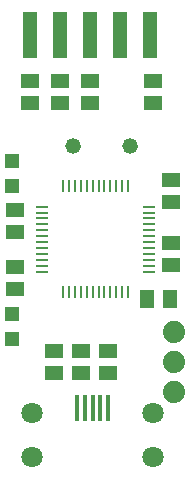
<source format=gts>
G75*
%MOIN*%
%OFA0B0*%
%FSLAX25Y25*%
%IPPOS*%
%LPD*%
%AMOC8*
5,1,8,0,0,1.08239X$1,22.5*
%
%ADD10R,0.05118X0.05906*%
%ADD11R,0.00787X0.03937*%
%ADD12R,0.03937X0.00787*%
%ADD13R,0.03937X0.00984*%
%ADD14R,0.00984X0.03937*%
%ADD15C,0.05200*%
%ADD16R,0.06299X0.05118*%
%ADD17R,0.04724X0.04724*%
%ADD18R,0.05000X0.15748*%
%ADD19C,0.07400*%
%ADD20C,0.07087*%
%ADD21R,0.01575X0.09055*%
D10*
X0068366Y0063000D03*
X0075847Y0063000D03*
D11*
X0061933Y0065283D03*
X0059965Y0065283D03*
X0057996Y0065283D03*
X0056028Y0065283D03*
X0054059Y0065283D03*
X0052091Y0065283D03*
X0050122Y0065283D03*
X0048154Y0065283D03*
X0046185Y0065283D03*
X0044217Y0065283D03*
X0042248Y0065283D03*
X0040280Y0065283D03*
X0040280Y0100717D03*
X0042248Y0100717D03*
X0044217Y0100717D03*
X0046185Y0100717D03*
X0048154Y0100717D03*
X0050122Y0100717D03*
X0052091Y0100717D03*
X0054059Y0100717D03*
X0056028Y0100717D03*
X0057996Y0100717D03*
X0059965Y0100717D03*
X0061933Y0100717D03*
D12*
X0068823Y0093827D03*
X0068823Y0091858D03*
X0068823Y0089890D03*
X0068823Y0087921D03*
X0068823Y0085953D03*
X0068823Y0083984D03*
X0068823Y0082016D03*
X0068823Y0080047D03*
X0068823Y0078079D03*
X0068823Y0076110D03*
X0068823Y0074142D03*
X0068823Y0072173D03*
X0033390Y0072173D03*
X0033390Y0074142D03*
X0033390Y0076110D03*
X0033390Y0078079D03*
X0033390Y0080047D03*
X0033390Y0082016D03*
X0033390Y0083984D03*
X0033390Y0085953D03*
X0033390Y0087921D03*
X0033390Y0089890D03*
X0033390Y0091858D03*
X0033390Y0093827D03*
D13*
X0033390Y0093827D03*
X0033390Y0091858D03*
X0033390Y0089890D03*
X0033390Y0087921D03*
X0033390Y0085953D03*
X0033390Y0083984D03*
X0033390Y0082016D03*
X0033390Y0080047D03*
X0033390Y0078079D03*
X0033390Y0076110D03*
X0033390Y0074142D03*
X0033390Y0072173D03*
X0068823Y0072173D03*
X0068823Y0074142D03*
X0068823Y0076110D03*
X0068823Y0078079D03*
X0068823Y0080047D03*
X0068823Y0082016D03*
X0068823Y0083984D03*
X0068823Y0085953D03*
X0068823Y0087921D03*
X0068823Y0089890D03*
X0068823Y0091858D03*
X0068823Y0093827D03*
D14*
X0061933Y0100717D03*
X0059965Y0100717D03*
X0057996Y0100717D03*
X0056028Y0100717D03*
X0054059Y0100717D03*
X0052091Y0100717D03*
X0050122Y0100717D03*
X0048154Y0100717D03*
X0046185Y0100717D03*
X0044217Y0100717D03*
X0042248Y0100717D03*
X0040280Y0100717D03*
X0040280Y0065283D03*
X0042248Y0065283D03*
X0044217Y0065283D03*
X0046185Y0065283D03*
X0048154Y0065283D03*
X0050122Y0065283D03*
X0052091Y0065283D03*
X0054059Y0065283D03*
X0056028Y0065283D03*
X0057996Y0065283D03*
X0059965Y0065283D03*
X0061933Y0065283D03*
D15*
X0062607Y0114000D03*
X0043607Y0114000D03*
D16*
X0039107Y0128260D03*
X0039107Y0135740D03*
X0029107Y0135740D03*
X0029107Y0128260D03*
X0024107Y0092740D03*
X0024107Y0085260D03*
X0024107Y0073740D03*
X0024107Y0066260D03*
X0037107Y0045740D03*
X0037107Y0038260D03*
X0046107Y0038260D03*
X0046107Y0045740D03*
X0055107Y0045740D03*
X0055107Y0038260D03*
X0076107Y0074260D03*
X0076107Y0081740D03*
X0076107Y0095260D03*
X0076107Y0102740D03*
X0070107Y0128260D03*
X0070107Y0135740D03*
X0049107Y0135740D03*
X0049107Y0128260D03*
D17*
X0023107Y0049866D03*
X0023107Y0058134D03*
X0023107Y0100866D03*
X0023107Y0109134D03*
D18*
X0029107Y0151000D03*
X0039107Y0151000D03*
X0049107Y0151000D03*
X0059107Y0151000D03*
X0069107Y0151000D03*
D19*
X0077107Y0052000D03*
X0077107Y0042000D03*
X0077107Y0032000D03*
D20*
X0070284Y0024961D03*
X0070284Y0010394D03*
X0029929Y0010394D03*
X0029929Y0024961D03*
D21*
X0044988Y0026654D03*
X0047547Y0026654D03*
X0050107Y0026654D03*
X0052666Y0026654D03*
X0055225Y0026654D03*
M02*

</source>
